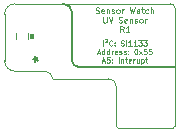
<source format=gto>
%TF.GenerationSoftware,KiCad,Pcbnew,(6.0.1)*%
%TF.CreationDate,2022-04-24T10:59:57-04:00*%
%TF.ProjectId,UV-Sensor,55562d53-656e-4736-9f72-2e6b69636164,rev?*%
%TF.SameCoordinates,Original*%
%TF.FileFunction,Legend,Top*%
%TF.FilePolarity,Positive*%
%FSLAX46Y46*%
G04 Gerber Fmt 4.6, Leading zero omitted, Abs format (unit mm)*
G04 Created by KiCad (PCBNEW (6.0.1)) date 2022-04-24 10:59:57*
%MOMM*%
%LPD*%
G01*
G04 APERTURE LIST*
%ADD10C,0.127000*%
%TA.AperFunction,Profile*%
%ADD11C,0.050000*%
%TD*%
%ADD12C,0.060960*%
%ADD13C,0.109728*%
%ADD14C,0.150000*%
%ADD15C,0.100000*%
%ADD16C,0.120000*%
G04 APERTURE END LIST*
D10*
X147002500Y-104587100D02*
G75*
G03*
X147510500Y-105095100I508001J1D01*
G01*
X155714700Y-105095100D02*
X147510500Y-105095100D01*
X147002500Y-100523100D02*
X147002500Y-104587100D01*
X147002500Y-100523100D02*
G75*
G03*
X146240500Y-99761100I-762001J-1D01*
G01*
D11*
X141287500Y-104587100D02*
X141287500Y-100650100D01*
X155714700Y-100142100D02*
X155714700Y-106746100D01*
X155714700Y-100142100D02*
G75*
G03*
X155333700Y-99761100I-380999J1D01*
G01*
X145351500Y-106111100D02*
G75*
G03*
X144716500Y-105476100I-634999J1D01*
G01*
X141287500Y-104587100D02*
G75*
G03*
X142176500Y-105476100I889000J0D01*
G01*
X150736300Y-106746100D02*
G75*
G03*
X150101300Y-106111100I-634999J1D01*
G01*
X150101300Y-106111100D02*
X145351500Y-106111100D01*
X142176500Y-99761100D02*
X155333700Y-99761100D01*
X142176500Y-99761100D02*
G75*
G03*
X141287500Y-100650100I0J-889000D01*
G01*
X144716500Y-105476100D02*
X142176500Y-105476100D01*
D12*
X149606120Y-103311052D02*
X149606120Y-102864012D01*
X149797709Y-102757574D02*
X149840284Y-102736286D01*
X149904147Y-102736286D01*
X149946722Y-102757574D01*
X149968010Y-102800149D01*
X149968010Y-102842724D01*
X149946722Y-102885300D01*
X149797709Y-103034313D01*
X149968010Y-103034313D01*
X150415050Y-103268477D02*
X150393762Y-103289764D01*
X150329900Y-103311052D01*
X150287324Y-103311052D01*
X150223461Y-103289764D01*
X150180886Y-103247189D01*
X150159599Y-103204614D01*
X150138311Y-103119463D01*
X150138311Y-103055600D01*
X150159599Y-102970450D01*
X150180886Y-102927875D01*
X150223461Y-102885300D01*
X150287324Y-102864012D01*
X150329900Y-102864012D01*
X150393762Y-102885300D01*
X150415050Y-102906587D01*
X150606639Y-103268477D02*
X150627926Y-103289764D01*
X150606639Y-103311052D01*
X150585351Y-103289764D01*
X150606639Y-103268477D01*
X150606639Y-103311052D01*
X150606639Y-103034313D02*
X150627926Y-103055600D01*
X150606639Y-103076888D01*
X150585351Y-103055600D01*
X150606639Y-103034313D01*
X150606639Y-103076888D01*
X151138829Y-103289764D02*
X151202692Y-103311052D01*
X151309130Y-103311052D01*
X151351705Y-103289764D01*
X151372993Y-103268477D01*
X151394280Y-103225901D01*
X151394280Y-103183326D01*
X151372993Y-103140751D01*
X151351705Y-103119463D01*
X151309130Y-103098176D01*
X151223980Y-103076888D01*
X151181404Y-103055600D01*
X151160117Y-103034313D01*
X151138829Y-102991738D01*
X151138829Y-102949162D01*
X151160117Y-102906587D01*
X151181404Y-102885300D01*
X151223980Y-102864012D01*
X151330418Y-102864012D01*
X151394280Y-102885300D01*
X151585869Y-103311052D02*
X151585869Y-102864012D01*
X152032909Y-103311052D02*
X151777458Y-103311052D01*
X151905183Y-103311052D02*
X151905183Y-102864012D01*
X151862608Y-102927875D01*
X151820033Y-102970450D01*
X151777458Y-102991738D01*
X152458661Y-103311052D02*
X152203210Y-103311052D01*
X152330936Y-103311052D02*
X152330936Y-102864012D01*
X152288360Y-102927875D01*
X152245785Y-102970450D01*
X152203210Y-102991738D01*
X152607675Y-102864012D02*
X152884414Y-102864012D01*
X152735400Y-103034313D01*
X152799263Y-103034313D01*
X152841839Y-103055600D01*
X152863126Y-103076888D01*
X152884414Y-103119463D01*
X152884414Y-103225901D01*
X152863126Y-103268477D01*
X152841839Y-103289764D01*
X152799263Y-103311052D01*
X152671538Y-103311052D01*
X152628962Y-103289764D01*
X152607675Y-103268477D01*
X153033427Y-102864012D02*
X153310166Y-102864012D01*
X153161153Y-103034313D01*
X153225016Y-103034313D01*
X153267591Y-103055600D01*
X153288879Y-103076888D01*
X153310166Y-103119463D01*
X153310166Y-103225901D01*
X153288879Y-103268477D01*
X153267591Y-103289764D01*
X153225016Y-103311052D01*
X153097290Y-103311052D01*
X153054715Y-103289764D01*
X153033427Y-103268477D01*
X149148437Y-103903060D02*
X149361313Y-103903060D01*
X149105861Y-104030786D02*
X149254875Y-103583746D01*
X149403888Y-104030786D01*
X149744490Y-104030786D02*
X149744490Y-103583746D01*
X149744490Y-104009498D02*
X149701915Y-104030786D01*
X149616764Y-104030786D01*
X149574189Y-104009498D01*
X149552901Y-103988211D01*
X149531614Y-103945635D01*
X149531614Y-103817910D01*
X149552901Y-103775334D01*
X149574189Y-103754047D01*
X149616764Y-103732759D01*
X149701915Y-103732759D01*
X149744490Y-103754047D01*
X150148955Y-104030786D02*
X150148955Y-103583746D01*
X150148955Y-104009498D02*
X150106380Y-104030786D01*
X150021229Y-104030786D01*
X149978654Y-104009498D01*
X149957366Y-103988211D01*
X149936079Y-103945635D01*
X149936079Y-103817910D01*
X149957366Y-103775334D01*
X149978654Y-103754047D01*
X150021229Y-103732759D01*
X150106380Y-103732759D01*
X150148955Y-103754047D01*
X150361831Y-104030786D02*
X150361831Y-103732759D01*
X150361831Y-103817910D02*
X150383119Y-103775334D01*
X150404406Y-103754047D01*
X150446981Y-103732759D01*
X150489557Y-103732759D01*
X150808871Y-104009498D02*
X150766296Y-104030786D01*
X150681145Y-104030786D01*
X150638570Y-104009498D01*
X150617282Y-103966923D01*
X150617282Y-103796622D01*
X150638570Y-103754047D01*
X150681145Y-103732759D01*
X150766296Y-103732759D01*
X150808871Y-103754047D01*
X150830159Y-103796622D01*
X150830159Y-103839197D01*
X150617282Y-103881773D01*
X151000460Y-104009498D02*
X151043035Y-104030786D01*
X151128185Y-104030786D01*
X151170760Y-104009498D01*
X151192048Y-103966923D01*
X151192048Y-103945635D01*
X151170760Y-103903060D01*
X151128185Y-103881773D01*
X151064322Y-103881773D01*
X151021747Y-103860485D01*
X151000460Y-103817910D01*
X151000460Y-103796622D01*
X151021747Y-103754047D01*
X151064322Y-103732759D01*
X151128185Y-103732759D01*
X151170760Y-103754047D01*
X151362349Y-104009498D02*
X151404924Y-104030786D01*
X151490075Y-104030786D01*
X151532650Y-104009498D01*
X151553938Y-103966923D01*
X151553938Y-103945635D01*
X151532650Y-103903060D01*
X151490075Y-103881773D01*
X151426212Y-103881773D01*
X151383637Y-103860485D01*
X151362349Y-103817910D01*
X151362349Y-103796622D01*
X151383637Y-103754047D01*
X151426212Y-103732759D01*
X151490075Y-103732759D01*
X151532650Y-103754047D01*
X151745526Y-103988211D02*
X151766814Y-104009498D01*
X151745526Y-104030786D01*
X151724239Y-104009498D01*
X151745526Y-103988211D01*
X151745526Y-104030786D01*
X151745526Y-103754047D02*
X151766814Y-103775334D01*
X151745526Y-103796622D01*
X151724239Y-103775334D01*
X151745526Y-103754047D01*
X151745526Y-103796622D01*
X152384155Y-103583746D02*
X152426730Y-103583746D01*
X152469305Y-103605034D01*
X152490593Y-103626321D01*
X152511880Y-103668896D01*
X152533168Y-103754047D01*
X152533168Y-103860485D01*
X152511880Y-103945635D01*
X152490593Y-103988211D01*
X152469305Y-104009498D01*
X152426730Y-104030786D01*
X152384155Y-104030786D01*
X152341580Y-104009498D01*
X152320292Y-103988211D01*
X152299004Y-103945635D01*
X152277717Y-103860485D01*
X152277717Y-103754047D01*
X152299004Y-103668896D01*
X152320292Y-103626321D01*
X152341580Y-103605034D01*
X152384155Y-103583746D01*
X152682181Y-104030786D02*
X152916345Y-103732759D01*
X152682181Y-103732759D02*
X152916345Y-104030786D01*
X153299522Y-103583746D02*
X153086646Y-103583746D01*
X153065359Y-103796622D01*
X153086646Y-103775334D01*
X153129221Y-103754047D01*
X153235660Y-103754047D01*
X153278235Y-103775334D01*
X153299522Y-103796622D01*
X153320810Y-103839197D01*
X153320810Y-103945635D01*
X153299522Y-103988211D01*
X153278235Y-104009498D01*
X153235660Y-104030786D01*
X153129221Y-104030786D01*
X153086646Y-104009498D01*
X153065359Y-103988211D01*
X153725275Y-103583746D02*
X153512399Y-103583746D01*
X153491111Y-103796622D01*
X153512399Y-103775334D01*
X153554974Y-103754047D01*
X153661412Y-103754047D01*
X153703987Y-103775334D01*
X153725275Y-103796622D01*
X153746562Y-103839197D01*
X153746562Y-103945635D01*
X153725275Y-103988211D01*
X153703987Y-104009498D01*
X153661412Y-104030786D01*
X153554974Y-104030786D01*
X153512399Y-104009498D01*
X153491111Y-103988211D01*
X149552901Y-104622794D02*
X149765778Y-104622794D01*
X149510326Y-104750520D02*
X149659340Y-104303480D01*
X149808353Y-104750520D01*
X150170242Y-104303480D02*
X149957366Y-104303480D01*
X149936079Y-104516356D01*
X149957366Y-104495068D01*
X149999941Y-104473781D01*
X150106380Y-104473781D01*
X150148955Y-104495068D01*
X150170242Y-104516356D01*
X150191530Y-104558931D01*
X150191530Y-104665369D01*
X150170242Y-104707945D01*
X150148955Y-104729232D01*
X150106380Y-104750520D01*
X149999941Y-104750520D01*
X149957366Y-104729232D01*
X149936079Y-104707945D01*
X150383119Y-104707945D02*
X150404406Y-104729232D01*
X150383119Y-104750520D01*
X150361831Y-104729232D01*
X150383119Y-104707945D01*
X150383119Y-104750520D01*
X150383119Y-104473781D02*
X150404406Y-104495068D01*
X150383119Y-104516356D01*
X150361831Y-104495068D01*
X150383119Y-104473781D01*
X150383119Y-104516356D01*
X150936597Y-104750520D02*
X150936597Y-104303480D01*
X151149473Y-104452493D02*
X151149473Y-104750520D01*
X151149473Y-104495068D02*
X151170760Y-104473781D01*
X151213336Y-104452493D01*
X151277199Y-104452493D01*
X151319774Y-104473781D01*
X151341061Y-104516356D01*
X151341061Y-104750520D01*
X151490075Y-104452493D02*
X151660376Y-104452493D01*
X151553938Y-104303480D02*
X151553938Y-104686657D01*
X151575225Y-104729232D01*
X151617800Y-104750520D01*
X151660376Y-104750520D01*
X151979690Y-104729232D02*
X151937115Y-104750520D01*
X151851964Y-104750520D01*
X151809389Y-104729232D01*
X151788101Y-104686657D01*
X151788101Y-104516356D01*
X151809389Y-104473781D01*
X151851964Y-104452493D01*
X151937115Y-104452493D01*
X151979690Y-104473781D01*
X152000978Y-104516356D01*
X152000978Y-104558931D01*
X151788101Y-104601507D01*
X152192566Y-104750520D02*
X152192566Y-104452493D01*
X152192566Y-104537644D02*
X152213854Y-104495068D01*
X152235141Y-104473781D01*
X152277717Y-104452493D01*
X152320292Y-104452493D01*
X152660894Y-104452493D02*
X152660894Y-104750520D01*
X152469305Y-104452493D02*
X152469305Y-104686657D01*
X152490593Y-104729232D01*
X152533168Y-104750520D01*
X152597031Y-104750520D01*
X152639606Y-104729232D01*
X152660894Y-104707945D01*
X152873770Y-104452493D02*
X152873770Y-104899533D01*
X152873770Y-104473781D02*
X152916345Y-104452493D01*
X153001496Y-104452493D01*
X153044071Y-104473781D01*
X153065359Y-104495068D01*
X153086646Y-104537644D01*
X153086646Y-104665369D01*
X153065359Y-104707945D01*
X153044071Y-104729232D01*
X153001496Y-104750520D01*
X152916345Y-104750520D01*
X152873770Y-104729232D01*
X153214372Y-104452493D02*
X153384673Y-104452493D01*
X153278235Y-104303480D02*
X153278235Y-104686657D01*
X153299522Y-104729232D01*
X153342098Y-104750520D01*
X153384673Y-104750520D01*
D13*
X148995746Y-100543565D02*
X149067157Y-100567368D01*
X149186174Y-100567368D01*
X149233781Y-100543565D01*
X149257584Y-100519761D01*
X149281388Y-100472154D01*
X149281388Y-100424548D01*
X149257584Y-100376941D01*
X149233781Y-100353137D01*
X149186174Y-100329334D01*
X149090960Y-100305530D01*
X149043353Y-100281727D01*
X149019550Y-100257924D01*
X148995746Y-100210317D01*
X148995746Y-100162710D01*
X149019550Y-100115103D01*
X149043353Y-100091300D01*
X149090960Y-100067496D01*
X149209977Y-100067496D01*
X149281388Y-100091300D01*
X149686046Y-100543565D02*
X149638439Y-100567368D01*
X149543225Y-100567368D01*
X149495618Y-100543565D01*
X149471815Y-100495958D01*
X149471815Y-100305530D01*
X149495618Y-100257924D01*
X149543225Y-100234120D01*
X149638439Y-100234120D01*
X149686046Y-100257924D01*
X149709849Y-100305530D01*
X149709849Y-100353137D01*
X149471815Y-100400744D01*
X149924080Y-100234120D02*
X149924080Y-100567368D01*
X149924080Y-100281727D02*
X149947884Y-100257924D01*
X149995490Y-100234120D01*
X150066901Y-100234120D01*
X150114508Y-100257924D01*
X150138311Y-100305530D01*
X150138311Y-100567368D01*
X150352542Y-100543565D02*
X150400149Y-100567368D01*
X150495362Y-100567368D01*
X150542969Y-100543565D01*
X150566773Y-100495958D01*
X150566773Y-100472154D01*
X150542969Y-100424548D01*
X150495362Y-100400744D01*
X150423952Y-100400744D01*
X150376345Y-100376941D01*
X150352542Y-100329334D01*
X150352542Y-100305530D01*
X150376345Y-100257924D01*
X150423952Y-100234120D01*
X150495362Y-100234120D01*
X150542969Y-100257924D01*
X150852414Y-100567368D02*
X150804807Y-100543565D01*
X150781004Y-100519761D01*
X150757200Y-100472154D01*
X150757200Y-100329334D01*
X150781004Y-100281727D01*
X150804807Y-100257924D01*
X150852414Y-100234120D01*
X150923824Y-100234120D01*
X150971431Y-100257924D01*
X150995234Y-100281727D01*
X151019038Y-100329334D01*
X151019038Y-100472154D01*
X150995234Y-100519761D01*
X150971431Y-100543565D01*
X150923824Y-100567368D01*
X150852414Y-100567368D01*
X151233269Y-100567368D02*
X151233269Y-100234120D01*
X151233269Y-100329334D02*
X151257072Y-100281727D01*
X151280876Y-100257924D01*
X151328482Y-100234120D01*
X151376089Y-100234120D01*
X151875961Y-100067496D02*
X151994978Y-100567368D01*
X152090192Y-100210317D01*
X152185406Y-100567368D01*
X152304423Y-100067496D01*
X152709081Y-100567368D02*
X152709081Y-100305530D01*
X152685278Y-100257924D01*
X152637671Y-100234120D01*
X152542457Y-100234120D01*
X152494850Y-100257924D01*
X152709081Y-100543565D02*
X152661474Y-100567368D01*
X152542457Y-100567368D01*
X152494850Y-100543565D01*
X152471047Y-100495958D01*
X152471047Y-100448351D01*
X152494850Y-100400744D01*
X152542457Y-100376941D01*
X152661474Y-100376941D01*
X152709081Y-100353137D01*
X152875705Y-100234120D02*
X153066133Y-100234120D01*
X152947116Y-100067496D02*
X152947116Y-100495958D01*
X152970919Y-100543565D01*
X153018526Y-100567368D01*
X153066133Y-100567368D01*
X153446988Y-100543565D02*
X153399381Y-100567368D01*
X153304167Y-100567368D01*
X153256560Y-100543565D01*
X153232757Y-100519761D01*
X153208953Y-100472154D01*
X153208953Y-100329334D01*
X153232757Y-100281727D01*
X153256560Y-100257924D01*
X153304167Y-100234120D01*
X153399381Y-100234120D01*
X153446988Y-100257924D01*
X153661218Y-100567368D02*
X153661218Y-100067496D01*
X153875449Y-100567368D02*
X153875449Y-100305530D01*
X153851646Y-100257924D01*
X153804039Y-100234120D01*
X153732629Y-100234120D01*
X153685022Y-100257924D01*
X153661218Y-100281727D01*
X149638439Y-100872290D02*
X149638439Y-101276948D01*
X149662242Y-101324555D01*
X149686046Y-101348359D01*
X149733653Y-101372162D01*
X149828866Y-101372162D01*
X149876473Y-101348359D01*
X149900277Y-101324555D01*
X149924080Y-101276948D01*
X149924080Y-100872290D01*
X150090704Y-100872290D02*
X150257328Y-101372162D01*
X150423952Y-100872290D01*
X150947628Y-101348359D02*
X151019038Y-101372162D01*
X151138055Y-101372162D01*
X151185662Y-101348359D01*
X151209465Y-101324555D01*
X151233269Y-101276948D01*
X151233269Y-101229342D01*
X151209465Y-101181735D01*
X151185662Y-101157931D01*
X151138055Y-101134128D01*
X151042841Y-101110324D01*
X150995234Y-101086521D01*
X150971431Y-101062718D01*
X150947628Y-101015111D01*
X150947628Y-100967504D01*
X150971431Y-100919897D01*
X150995234Y-100896094D01*
X151042841Y-100872290D01*
X151161858Y-100872290D01*
X151233269Y-100896094D01*
X151637927Y-101348359D02*
X151590320Y-101372162D01*
X151495106Y-101372162D01*
X151447500Y-101348359D01*
X151423696Y-101300752D01*
X151423696Y-101110324D01*
X151447500Y-101062718D01*
X151495106Y-101038914D01*
X151590320Y-101038914D01*
X151637927Y-101062718D01*
X151661730Y-101110324D01*
X151661730Y-101157931D01*
X151423696Y-101205538D01*
X151875961Y-101038914D02*
X151875961Y-101372162D01*
X151875961Y-101086521D02*
X151899765Y-101062718D01*
X151947372Y-101038914D01*
X152018782Y-101038914D01*
X152066389Y-101062718D01*
X152090192Y-101110324D01*
X152090192Y-101372162D01*
X152304423Y-101348359D02*
X152352030Y-101372162D01*
X152447244Y-101372162D01*
X152494850Y-101348359D01*
X152518654Y-101300752D01*
X152518654Y-101276948D01*
X152494850Y-101229342D01*
X152447244Y-101205538D01*
X152375833Y-101205538D01*
X152328226Y-101181735D01*
X152304423Y-101134128D01*
X152304423Y-101110324D01*
X152328226Y-101062718D01*
X152375833Y-101038914D01*
X152447244Y-101038914D01*
X152494850Y-101062718D01*
X152804295Y-101372162D02*
X152756688Y-101348359D01*
X152732885Y-101324555D01*
X152709081Y-101276948D01*
X152709081Y-101134128D01*
X152732885Y-101086521D01*
X152756688Y-101062718D01*
X152804295Y-101038914D01*
X152875705Y-101038914D01*
X152923312Y-101062718D01*
X152947116Y-101086521D01*
X152970919Y-101134128D01*
X152970919Y-101276948D01*
X152947116Y-101324555D01*
X152923312Y-101348359D01*
X152875705Y-101372162D01*
X152804295Y-101372162D01*
X153185150Y-101372162D02*
X153185150Y-101038914D01*
X153185150Y-101134128D02*
X153208953Y-101086521D01*
X153232757Y-101062718D01*
X153280364Y-101038914D01*
X153327970Y-101038914D01*
X151364188Y-102176956D02*
X151197564Y-101938922D01*
X151078546Y-102176956D02*
X151078546Y-101677084D01*
X151268974Y-101677084D01*
X151316581Y-101700888D01*
X151340384Y-101724691D01*
X151364188Y-101772298D01*
X151364188Y-101843708D01*
X151340384Y-101891315D01*
X151316581Y-101915118D01*
X151268974Y-101938922D01*
X151078546Y-101938922D01*
X151840256Y-102176956D02*
X151554615Y-102176956D01*
X151697436Y-102176956D02*
X151697436Y-101677084D01*
X151649829Y-101748494D01*
X151602222Y-101796101D01*
X151554615Y-101819905D01*
D14*
X143702380Y-104438299D02*
X143940476Y-104438299D01*
X143845238Y-104676394D02*
X143940476Y-104438299D01*
X143845238Y-104200203D01*
X144130952Y-104581156D02*
X143940476Y-104438299D01*
X144130952Y-104295441D01*
D15*
X143692701Y-102690500D02*
X143438701Y-102690500D01*
X143438701Y-102690500D02*
X143438701Y-102309500D01*
X143438701Y-102309500D02*
X143692701Y-102309500D01*
X143692701Y-102309500D02*
X143692701Y-102690500D01*
G36*
X143692701Y-102690500D02*
G01*
X143438701Y-102690500D01*
X143438701Y-102309500D01*
X143692701Y-102309500D01*
X143692701Y-102690500D01*
G37*
X143692701Y-102690500D02*
X143438701Y-102690500D01*
X143438701Y-102309500D01*
X143692701Y-102309500D01*
X143692701Y-102690500D01*
D11*
X155714700Y-106746100D02*
X155714700Y-110096100D01*
X150886300Y-110246100D02*
X155564700Y-110246100D01*
X150736300Y-106746100D02*
X150736300Y-110096100D01*
X155564700Y-110246100D02*
G75*
G03*
X155714700Y-110096100I0J150000D01*
G01*
X150736300Y-110096100D02*
G75*
G03*
X150886300Y-110246100I150000J0D01*
G01*
D16*
X143272500Y-102754724D02*
X143272500Y-102245276D01*
X142227500Y-102754724D02*
X142227500Y-102245276D01*
M02*

</source>
